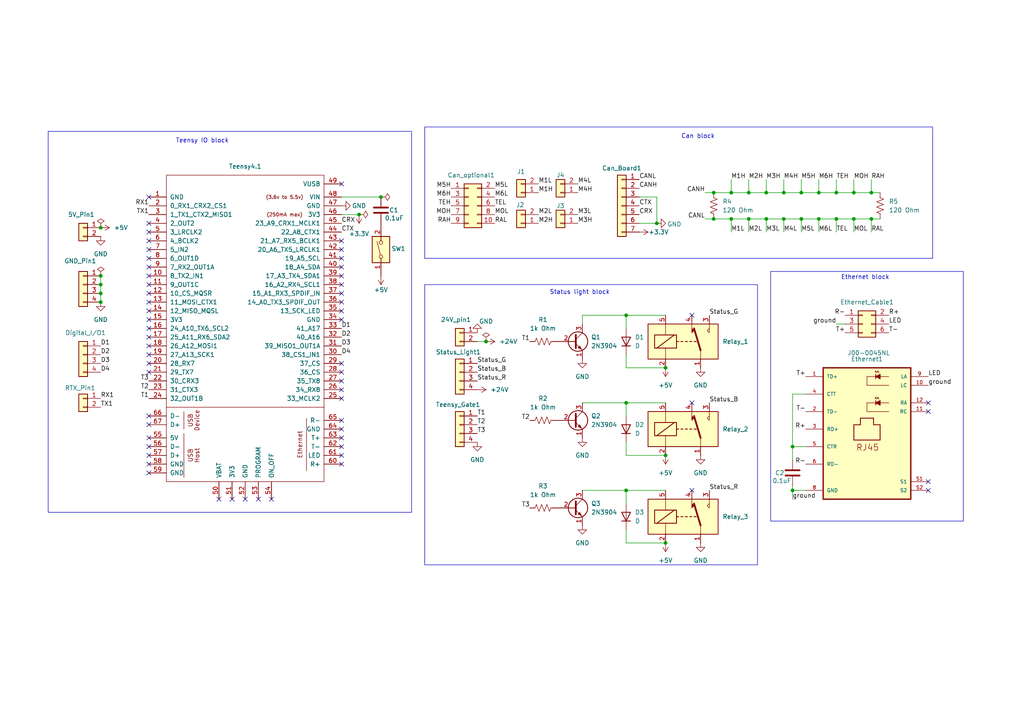
<source format=kicad_sch>
(kicad_sch (version 20231120) (generator "eeschema") (generator_version "8.0")
  (paper "A4")
  (title_block (title "Electrical Main Board") (company "Robonav") (comment 1 "No footprint for the connectors and diodes yet!"))
  (lib_symbols
    (symbol "Connector_Generic:Conn_01x02" (pin_names (offset 1.016) hide)
      (property "Reference" "J" (at 0 2.54 0))
      (property "Value" "Conn_01x02" (at 0 -5.08 0))
      (symbol "Conn_01x02_1_1"
        (pin passive line (at -5.08 0 0) (length 3.81) (name "Pin_1") (number "1"))
        (pin passive line (at -5.08 -2.54 0) (length 3.81) (name "Pin_2") (number "2"))
      )
    )
    (symbol "Connector_Generic:Conn_01x04" (pin_names (offset 1.016) hide)
      (property "Reference" "J" (at 0 5.08 0))
      (property "Value" "Conn_01x04" (at 0 -7.62 0))
      (symbol "Conn_01x04_1_1"
        (pin passive line (at -5.08 2.54 0) (length 3.81) (name "Pin_1") (number "1"))
        (pin passive line (at -5.08 0 0) (length 3.81) (name "Pin_2") (number "2"))
        (pin passive line (at -5.08 -2.54 0) (length 3.81) (name "Pin_3") (number "3"))
        (pin passive line (at -5.08 -5.08 0) (length 3.81) (name "Pin_4") (number "4"))
      )
    )
    (symbol "Connector_Generic:Conn_01x07" (pin_names (offset 1.016) hide)
      (property "Reference" "J" (at 0 10.16 0))
      (property "Value" "Conn_01x07" (at 0 -10.16 0))
      (symbol "Conn_01x07_1_1"
        (pin passive line (at -5.08 7.62 0) (length 3.81) (name "Pin_1") (number "1"))
        (pin passive line (at -5.08 5.08 0) (length 3.81) (name "Pin_2") (number "2"))
        (pin passive line (at -5.08 2.54 0) (length 3.81) (name "Pin_3") (number "3"))
        (pin passive line (at -5.08 0 0) (length 3.81) (name "Pin_4") (number "4"))
        (pin passive line (at -5.08 -2.54 0) (length 3.81) (name "Pin_5") (number "5"))
        (pin passive line (at -5.08 -5.08 0) (length 3.81) (name "Pin_6") (number "6"))
        (pin passive line (at -5.08 -7.62 0) (length 3.81) (name "Pin_7") (number "7"))
      )
    )
    (symbol "Connector_Generic:Conn_02x03_Odd_Even" (pin_names (offset 1.016) hide)
      (property "Reference" "J" (at 1.27 5.08 0))
      (property "Value" "Conn_02x03_Odd_Even" (at 1.27 -5.08 0))
      (symbol "Conn_02x03_Odd_Even_1_1"
        (pin passive line (at -5.08 2.54 0) (length 3.81) (name "Pin_1") (number "1"))
        (pin passive line (at 7.62 2.54 180) (length 3.81) (name "Pin_2") (number "2"))
        (pin passive line (at -5.08 0 0) (length 3.81) (name "Pin_3") (number "3"))
        (pin passive line (at 7.62 0 180) (length 3.81) (name "Pin_4") (number "4"))
        (pin passive line (at -5.08 -2.54 0) (length 3.81) (name "Pin_5") (number "5"))
        (pin passive line (at 7.62 -2.54 180) (length 3.81) (name "Pin_6") (number "6"))
      )
    )
    (symbol "Connector_Generic:Conn_02x05_Odd_Even" (pin_names (offset 1.016) hide)
      (property "Reference" "J" (at 1.27 7.62 0))
      (property "Value" "Conn_02x05_Odd_Even" (at 1.27 -7.62 0))
      (symbol "Conn_02x05_Odd_Even_1_1"
        (pin passive line (at -5.08 5.08 0) (length 3.81) (name "Pin_1") (number "1"))
        (pin passive line (at 7.62 -5.08 180) (length 3.81) (name "Pin_10") (number "10"))
        (pin passive line (at 7.62 5.08 180) (length 3.81) (name "Pin_2") (number "2"))
        (pin passive line (at -5.08 2.54 0) (length 3.81) (name "Pin_3") (number "3"))
        (pin passive line (at 7.62 2.54 180) (length 3.81) (name "Pin_4") (number "4"))
        (pin passive line (at -5.08 0 0) (length 3.81) (name "Pin_5") (number "5"))
        (pin passive line (at 7.62 0 180) (length 3.81) (name "Pin_6") (number "6"))
        (pin passive line (at -5.08 -2.54 0) (length 3.81) (name "Pin_7") (number "7"))
        (pin passive line (at 7.62 -2.54 180) (length 3.81) (name "Pin_8") (number "8"))
        (pin passive line (at -5.08 -5.08 0) (length 3.81) (name "Pin_9") (number "9"))
      )
    )
    (symbol "Device:C" (pin_numbers hide) (pin_names (offset 0.254))
      (property "Reference" "C" (at 0.635 2.54 0))
      (property "Value" "C" (at 0.635 -2.54 0))
      (symbol "C_1_1"
        (pin passive line (at 0 3.81 270) (length 2.794) (name "~") (number "1"))
        (pin passive line (at 0 -3.81 90) (length 2.794) (name "~") (number "2"))
      )
    )
    (symbol "Device:D" (pin_numbers hide) (pin_names (offset 1.016) hide)
      (property "Reference" "D" (at 0 2.54 0))
      (property "Value" "D" (at 0 -2.54 0))
      (symbol "D_1_1"
        (pin passive line (at -3.81 0 0) (length 2.54) (name "K") (number "1"))
        (pin passive line (at 3.81 0 180) (length 2.54) (name "A") (number "2"))
      )
    )
    (symbol "Device:R_US" (pin_numbers hide) (pin_names (offset 0))
      (property "Reference" "R" (at 2.54 0 90))
      (property "Value" "R_US" (at -2.54 0 90))
      (symbol "R_US_1_1"
        (pin passive line (at 0 3.81 270) (length 1.27) (name "~") (number "1"))
        (pin passive line (at 0 -3.81 90) (length 1.27) (name "~") (number "2"))
      )
    )
    (symbol "J00-0045NL:J00-0045NL" (pin_names (offset 1.016))
      (property "Reference" "J" (at -12.7418 21.6609 0))
      (property "Value" "J00-0045NL" (at -12.7427 -21.0253 0))
      (symbol "J00-0045NL_0_0"
        (text "RJ45" (at -3.1811 -3.8174 0) (effects (font (size 1.7814 1.7814)) (justify left bottom)))
        (pin passive line (at -17.78 17.78 0) (length 5.08) (name "TD+") (number "1"))
        (pin passive line (at 17.78 15.24 180) (length 5.08) (name "LC") (number "10"))
        (pin passive line (at 17.78 7.62 180) (length 5.08) (name "RC") (number "11"))
        (pin passive line (at 17.78 10.16 180) (length 5.08) (name "RA") (number "12"))
        (pin passive line (at -17.78 7.62 0) (length 5.08) (name "TD-") (number "2"))
        (pin passive line (at -17.78 2.54 0) (length 5.08) (name "RD+") (number "3"))
        (pin passive line (at -17.78 12.7 0) (length 5.08) (name "CTT") (number "4"))
        (pin passive line (at -17.78 -2.54 0) (length 5.08) (name "CTR") (number "5"))
        (pin passive line (at -17.78 -7.62 0) (length 5.08) (name "RD-") (number "6"))
        (pin passive line (at -17.78 -15.24 0) (length 5.08) (name "GND") (number "8"))
        (pin passive line (at 17.78 17.78 180) (length 5.08) (name "LA") (number "9"))
        (pin passive line (at 17.78 -12.7 180) (length 5.08) (name "S1") (number "S1"))
        (pin passive line (at 17.78 -15.24 180) (length 5.08) (name "S2") (number "S2"))
      )
    )
    (symbol "Relay:G5LE-1"
      (property "Reference" "K" (at 11.43 3.81 0))
      (property "Value" "G5LE-1" (at 11.43 1.27 0))
      (symbol "G5LE-1_1_1"
        (pin passive line (at 5.08 -7.62 90) (length 2.54) (name "~") (number "1"))
        (pin passive line (at -5.08 -7.62 90) (length 2.54) (name "~") (number "2"))
        (pin passive line (at 7.62 7.62 270) (length 2.54) (name "~") (number "3"))
        (pin passive line (at 2.54 7.62 270) (length 2.54) (name "~") (number "4"))
        (pin passive line (at -5.08 7.62 270) (length 2.54) (name "~") (number "5"))
      )
    )
    (symbol "Switch:SW_DIP_x01" (pin_names (offset 0) hide)
      (property "Reference" "SW" (at 0 3.81 0))
      (property "Value" "SW_DIP_x01" (at 0 -3.81 0))
      (symbol "SW_DIP_x01_1_1"
        (pin passive line (at -7.62 0 0) (length 5.08) (name "~") (number "1"))
        (pin passive line (at 7.62 0 180) (length 5.08) (name "~") (number "2"))
      )
    )
    (symbol "Transistor_BJT:2N3904" (pin_names (offset 0) hide)
      (property "Reference" "Q" (at 5.08 1.905 0))
      (property "Value" "2N3904" (at 5.08 0 0))
      (symbol "2N3904_1_1"
        (pin passive line (at 2.54 -5.08 90) (length 2.54) (name "E") (number "1"))
        (pin passive line (at -5.08 0 0) (length 5.715) (name "B") (number "2"))
        (pin passive line (at 2.54 5.08 270) (length 2.54) (name "C") (number "3"))
      )
    )
    (symbol "power:+24V" (power) (pin_numbers hide) (pin_names (offset 0) hide)
      (property "Value" "+24V" (at 0 3.556 0))
      (symbol "+24V_1_1"
        (pin power_in line (at 0 0 90) (length 0) (name "~") (number "1"))
      )
    )
    (symbol "power:+3.3V" (power) (pin_numbers hide) (pin_names (offset 0) hide)
      (property "Value" "+3.3V" (at 0 3.556 0))
      (symbol "+3.3V_1_1"
        (pin power_in line (at 0 0 90) (length 0) (name "~") (number "1"))
      )
    )
    (symbol "power:+5V" (power) (pin_numbers hide) (pin_names (offset 0) hide)
      (property "Value" "+5V" (at 0 3.556 0))
      (symbol "+5V_1_1"
        (pin power_in line (at 0 0 90) (length 0) (name "~") (number "1"))
      )
    )
    (symbol "power:GND" (power) (pin_numbers hide) (pin_names (offset 0) hide)
      (property "Value" "GND" (at 0 -3.81 0))
      (symbol "GND_1_1"
        (pin power_in line (at 0 0 270) (length 0) (name "~") (number "1"))
      )
    )
    (symbol "power:PWR_FLAG" (power) (pin_numbers hide) (pin_names (offset 0) hide)
      (property "Value" "PWR_FLAG" (at 0 3.81 0))
      (symbol "PWR_FLAG_0_0"
        (pin power_out line (at 0 0 90) (length 0) (name "~") (number "1"))
      )
    )
    (symbol "teensy:Teensy4.1" (pin_names (offset 1.016))
      (property "Reference" "Teensy4.1" (at 0 63.5 0))
      (symbol "Teensy4.1_0_0"
        (text "(250mA max)" (at 11.43 49.53 0) (effects (font (size 1.016 1.016))))
        (text "(3.6v to 5.5v)" (at 11.43 54.61 0) (effects (font (size 1.016 1.016))))
        (text "Device" (at -13.97 -10.16 900) (effects (font (size 1.27 1.27))))
        (text "Ethernet" (at 15.875 -17.145 900) (effects (font (size 1.27 1.27))))
        (text "Host" (at -13.97 -20.32 900) (effects (font (size 1.27 1.27))))
        (text "USB" (at -15.875 -20.32 900) (effects (font (size 1.27 1.27))))
        (text "USB" (at -15.875 -10.16 900) (effects (font (size 1.27 1.27))))
        (pin bidirectional line (at -27.94 31.75 0) (length 5.08) (name "8_TX2_IN1") (number "10"))
        (pin bidirectional line (at -27.94 29.21 0) (length 5.08) (name "9_OUT1C") (number "11"))
        (pin bidirectional line (at -27.94 26.67 0) (length 5.08) (name "10_CS_MQSR") (number "12"))
        (pin bidirectional line (at -27.94 24.13 0) (length 5.08) (name "11_MOSI_CTX1") (number "13"))
        (pin bidirectional line (at -27.94 21.59 0) (length 5.08) (name "12_MISO_MQSL") (number "14"))
        (pin bidirectional line (at -27.94 16.51 0) (length 5.08) (name "24_A10_TX6_SCL2") (number "16"))
        (pin bidirectional line (at -27.94 13.97 0) (length 5.08) (name "25_A11_RX6_SDA2") (number "17"))
        (pin bidirectional line (at -27.94 11.43 0) (length 5.08) (name "26_A12_MOSI1") (number "18"))
        (pin bidirectional line (at -27.94 8.89 0) (length 5.08) (name "27_A13_SCK1") (number "19"))
        (pin bidirectional line (at -27.94 6.35 0) (length 5.08) (name "28_RX7") (number "20"))
        (pin bidirectional line (at -27.94 3.81 0) (length 5.08) (name "29_TX7") (number "21"))
        (pin bidirectional line (at -27.94 1.27 0) (length 5.08) (name "30_CRX3") (number "22"))
        (pin bidirectional line (at -27.94 -1.27 0) (length 5.08) (name "31_CTX3") (number "23"))
        (pin bidirectional line (at -27.94 -3.81 0) (length 5.08) (name "32_OUT1B") (number "24"))
        (pin bidirectional line (at 27.94 -3.81 180) (length 5.08) (name "33_MCLK2") (number "25"))
        (pin bidirectional line (at 27.94 -1.27 180) (length 5.08) (name "34_RX8") (number "26"))
        (pin bidirectional line (at 27.94 1.27 180) (length 5.08) (name "35_TX8") (number "27"))
        (pin bidirectional line (at 27.94 3.81 180) (length 5.08) (name "36_CS") (number "28"))
        (pin bidirectional line (at 27.94 6.35 180) (length 5.08) (name "37_CS") (number "29"))
        (pin bidirectional line (at 27.94 8.89 180) (length 5.08) (name "38_CS1_IN1") (number "30"))
        (pin bidirectional line (at 27.94 11.43 180) (length 5.08) (name "39_MISO1_OUT1A") (number "31"))
        (pin bidirectional line (at 27.94 13.97 180) (length 5.08) (name "40_A16") (number "32"))
        (pin bidirectional line (at 27.94 16.51 180) (length 5.08) (name "41_A17") (number "33"))
        (pin bidirectional line (at 27.94 21.59 180) (length 5.08) (name "13_SCK_LED") (number "35"))
        (pin bidirectional line (at 27.94 24.13 180) (length 5.08) (name "14_A0_TX3_SPDIF_OUT") (number "36"))
        (pin bidirectional line (at 27.94 26.67 180) (length 5.08) (name "15_A1_RX3_SPDIF_IN") (number "37"))
        (pin bidirectional line (at 27.94 29.21 180) (length 5.08) (name "16_A2_RX4_SCL1") (number "38"))
        (pin bidirectional line (at 27.94 31.75 180) (length 5.08) (name "17_A3_TX4_SDA1") (number "39"))
        (pin bidirectional line (at 27.94 34.29 180) (length 5.08) (name "18_A4_SDA") (number "40"))
        (pin bidirectional line (at 27.94 36.83 180) (length 5.08) (name "19_A5_SCL") (number "41"))
        (pin bidirectional line (at 27.94 39.37 180) (length 5.08) (name "20_A6_TX5_LRCLK1") (number "42"))
        (pin bidirectional line (at 27.94 41.91 180) (length 5.08) (name "21_A7_RX5_BCLK1") (number "43"))
        (pin bidirectional line (at 27.94 44.45 180) (length 5.08) (name "22_A8_CTX1") (number "44"))
        (pin bidirectional line (at 27.94 46.99 180) (length 5.08) (name "23_A9_CRX1_MCLK1") (number "45"))
        (pin power_in line (at 27.94 54.61 180) (length 5.08) (name "VIN") (number "48"))
        (pin power_out line (at 27.94 58.42 180) (length 5.08) (name "VUSB") (number "49"))
        (pin bidirectional line (at -27.94 44.45 0) (length 5.08) (name "3_LRCLK2") (number "5"))
        (pin power_in line (at -7.62 -33.02 90) (length 5.08) (name "VBAT") (number "50"))
        (pin power_in line (at -3.81 -33.02 90) (length 5.08) (name "3V3") (number "51"))
        (pin input line (at 0 -33.02 90) (length 5.08) (name "GND") (number "52"))
        (pin input line (at 3.81 -33.02 90) (length 5.08) (name "PROGRAM") (number "53"))
        (pin input line (at 7.62 -33.02 90) (length 5.08) (name "ON_OFF") (number "54"))
        (pin power_out line (at -27.94 -15.24 0) (length 5.08) (name "5V") (number "55"))
        (pin bidirectional line (at -27.94 -17.78 0) (length 5.08) (name "D-") (number "56"))
        (pin bidirectional line (at -27.94 -20.32 0) (length 5.08) (name "D+") (number "57"))
        (pin power_in line (at -27.94 -22.86 0) (length 5.08) (name "GND") (number "58"))
        (pin power_in line (at -27.94 -25.4 0) (length 5.08) (name "GND") (number "59"))
        (pin bidirectional line (at -27.94 41.91 0) (length 5.08) (name "4_BCLK2") (number "6"))
        (pin bidirectional line (at 27.94 -22.86 180) (length 5.08) (name "R+") (number "60"))
        (pin bidirectional line (at 27.94 -20.32 180) (length 5.08) (name "LED") (number "61"))
        (pin bidirectional line (at 27.94 -17.78 180) (length 5.08) (name "T-") (number "62"))
        (pin bidirectional line (at 27.94 -15.24 180) (length 5.08) (name "T+") (number "63"))
        (pin bidirectional line (at 27.94 -10.16 180) (length 5.08) (name "R-") (number "65"))
        (pin bidirectional line (at -27.94 -8.89 0) (length 5.08) (name "D-") (number "66"))
        (pin bidirectional line (at -27.94 -11.43 0) (length 5.08) (name "D+") (number "67"))
        (pin bidirectional line (at -27.94 39.37 0) (length 5.08) (name "5_IN2") (number "7"))
        (pin bidirectional line (at -27.94 36.83 0) (length 5.08) (name "6_OUT1D") (number "8"))
        (pin bidirectional line (at -27.94 34.29 0) (length 5.08) (name "7_RX2_OUT1A") (number "9"))
      )
      (symbol "Teensy4.1_1_0"
        (pin power_out line (at -27.94 19.05 0) (length 5.08) (name "3V3") (number "15"))
        (pin input line (at 27.94 49.53 180) (length 5.08) (name "3V3") (number "46"))
        (pin input line (at 27.94 52.07 180) (length 5.08) (name "GND") (number "47"))
        (pin power_out line (at 27.94 -12.7 180) (length 5.08) (name "GND") (number "64"))
      )
      (symbol "Teensy4.1_1_1"
        (pin power_in line (at -27.94 54.61 0) (length 5.08) (name "GND") (number "1"))
        (pin bidirectional line (at -27.94 52.07 0) (length 5.08) (name "0_RX1_CRX2_CS1") (number "2"))
        (pin bidirectional line (at -27.94 49.53 0) (length 5.08) (name "1_TX1_CTX2_MISO1") (number "3"))
        (pin power_in line (at 27.94 19.05 180) (length 5.08) (name "GND") (number "34"))
        (pin bidirectional line (at -27.94 46.99 0) (length 5.08) (name "2_OUT2") (number "4"))
      )
    )
  )
  (junction (at 207.01 55.88))
  (junction (at 190.5 64.77))
  (junction (at 237.49 55.88))
  (junction (at 222.25 55.88))
  (junction (at 212.09 63.5))
  (junction (at 229.87 142.24))
  (junction (at 29.21 85.09))
  (junction (at 227.33 55.88))
  (junction (at 217.17 55.88))
  (junction (at 232.41 55.88))
  (junction (at 207.01 63.5))
  (junction (at 29.21 80.01))
  (junction (at 193.04 106.68))
  (junction (at 222.25 63.5))
  (junction (at 217.17 63.5))
  (junction (at 181.61 116.84))
  (junction (at 29.21 66.04))
  (junction (at 29.21 82.55))
  (junction (at 229.87 129.54))
  (junction (at 242.57 55.88))
  (junction (at 247.65 63.5))
  (junction (at 252.73 63.5))
  (junction (at 242.57 63.5))
  (junction (at 193.04 157.48))
  (junction (at 193.04 132.08))
  (junction (at 110.49 57.15))
  (junction (at 140.97 99.06))
  (junction (at 181.61 142.24))
  (junction (at 252.73 55.88))
  (junction (at 237.49 63.5))
  (junction (at 227.33 63.5))
  (junction (at 104.14 62.23))
  (junction (at 181.61 91.44))
  (junction (at 212.09 55.88))
  (junction (at 232.41 63.5))
  (junction (at 247.65 55.88))
  (junction (at 29.21 87.63))
  (no_connect (at 99.06 53.34))
  (no_connect (at 99.06 110.49))
  (no_connect (at 99.06 129.54))
  (no_connect (at 43.18 92.71))
  (no_connect (at 43.18 80.01))
  (no_connect (at 99.06 132.08))
  (no_connect (at 74.93 144.78))
  (no_connect (at 269.24 142.24))
  (no_connect (at 78.74 144.78))
  (no_connect (at 99.06 105.41))
  (no_connect (at 43.18 69.85))
  (no_connect (at 99.06 85.09))
  (no_connect (at 43.18 95.25))
  (no_connect (at 43.18 72.39))
  (no_connect (at 99.06 134.62))
  (no_connect (at 43.18 132.08))
  (no_connect (at 99.06 74.93))
  (no_connect (at 99.06 72.39))
  (no_connect (at 43.18 64.77))
  (no_connect (at 43.18 120.65))
  (no_connect (at 99.06 124.46))
  (no_connect (at 43.18 74.93))
  (no_connect (at 99.06 80.01))
  (no_connect (at 99.06 82.55))
  (no_connect (at 43.18 85.09))
  (no_connect (at 71.12 144.78))
  (no_connect (at 43.18 127))
  (no_connect (at 43.18 102.87))
  (no_connect (at 99.06 92.71))
  (no_connect (at 200.66 142.24))
  (no_connect (at 99.06 113.03))
  (no_connect (at 67.31 144.78))
  (no_connect (at 99.06 87.63))
  (no_connect (at 269.24 139.7))
  (no_connect (at 43.18 87.63))
  (no_connect (at 43.18 134.62))
  (no_connect (at 43.18 67.31))
  (no_connect (at 43.18 123.19))
  (no_connect (at 99.06 107.95))
  (no_connect (at 43.18 105.41))
  (no_connect (at 43.18 82.55))
  (no_connect (at 200.66 91.44))
  (no_connect (at 43.18 97.79))
  (no_connect (at 200.66 116.84))
  (no_connect (at 63.5 144.78))
  (no_connect (at 43.18 129.54))
  (no_connect (at 99.06 69.85))
  (no_connect (at 43.18 57.15))
  (no_connect (at 43.18 137.16))
  (no_connect (at 43.18 100.33))
  (no_connect (at 99.06 121.92))
  (no_connect (at 269.24 116.84))
  (no_connect (at 269.24 119.38))
  (no_connect (at 43.18 77.47))
  (no_connect (at 99.06 90.17))
  (no_connect (at 99.06 77.47))
  (no_connect (at 99.06 115.57))
  (no_connect (at 43.18 90.17))
  (no_connect (at 99.06 127))
  (no_connect (at 43.18 107.95))
  (wire (pts (xy 237.49 63.5) (xy 242.57 63.5)))
  (wire (pts (xy 181.61 102.87) (xy 181.61 106.68)))
  (wire (pts (xy 255.27 55.88) (xy 252.73 55.88)))
  (wire (pts (xy 29.21 82.55) (xy 29.21 85.09)))
  (wire (pts (xy 227.33 55.88) (xy 232.41 55.88)))
  (wire (pts (xy 229.87 142.24) (xy 229.87 144.78)))
  (wire (pts (xy 181.61 116.84) (xy 193.04 116.84)))
  (wire (pts (xy 237.49 52.07) (xy 237.49 55.88)))
  (wire (pts (xy 227.33 63.5) (xy 232.41 63.5)))
  (wire (pts (xy 168.91 91.44) (xy 181.61 91.44)))
  (wire (pts (xy 232.41 63.5) (xy 237.49 63.5)))
  (wire (pts (xy 212.09 52.07) (xy 212.09 55.88)))
  (wire (pts (xy 138.43 99.06) (xy 140.97 99.06)))
  (wire (pts (xy 242.57 52.07) (xy 242.57 55.88)))
  (wire (pts (xy 190.5 57.15) (xy 190.5 64.77)))
  (wire (pts (xy 181.61 157.48) (xy 193.04 157.48)))
  (wire (pts (xy 222.25 55.88) (xy 227.33 55.88)))
  (wire (pts (xy 242.57 93.98) (xy 245.11 93.98)))
  (wire (pts (xy 242.57 55.88) (xy 247.65 55.88)))
  (wire (pts (xy 242.57 63.5) (xy 247.65 63.5)))
  (wire (pts (xy 232.41 63.5) (xy 232.41 67.31)))
  (wire (pts (xy 222.25 63.5) (xy 227.33 63.5)))
  (wire (pts (xy 229.87 129.54) (xy 229.87 133.35)))
  (wire (pts (xy 252.73 63.5) (xy 255.27 63.5)))
  (wire (pts (xy 185.42 57.15) (xy 190.5 57.15)))
  (wire (pts (xy 212.09 63.5) (xy 217.17 63.5)))
  (wire (pts (xy 168.91 142.24) (xy 181.61 142.24)))
  (wire (pts (xy 247.65 55.88) (xy 252.73 55.88)))
  (wire (pts (xy 232.41 52.07) (xy 232.41 55.88)))
  (wire (pts (xy 99.06 57.15) (xy 110.49 57.15)))
  (wire (pts (xy 168.91 116.84) (xy 181.61 116.84)))
  (wire (pts (xy 181.61 132.08) (xy 193.04 132.08)))
  (wire (pts (xy 247.65 63.5) (xy 252.73 63.5)))
  (wire (pts (xy 217.17 55.88) (xy 222.25 55.88)))
  (wire (pts (xy 29.21 80.01) (xy 29.21 82.55)))
  (wire (pts (xy 29.21 85.09) (xy 29.21 87.63)))
  (wire (pts (xy 207.01 55.88) (xy 212.09 55.88)))
  (wire (pts (xy 181.61 91.44) (xy 193.04 91.44)))
  (wire (pts (xy 229.87 114.3) (xy 229.87 129.54)))
  (wire (pts (xy 232.41 55.88) (xy 237.49 55.88)))
  (wire (pts (xy 229.87 140.97) (xy 229.87 142.24)))
  (wire (pts (xy 229.87 114.3) (xy 233.68 114.3)))
  (wire (pts (xy 181.61 116.84) (xy 181.61 120.65)))
  (wire (pts (xy 181.61 106.68) (xy 193.04 106.68)))
  (wire (pts (xy 217.17 63.5) (xy 217.17 67.31)))
  (wire (pts (xy 252.73 63.5) (xy 252.73 67.31)))
  (wire (pts (xy 212.09 63.5) (xy 212.09 67.31)))
  (wire (pts (xy 237.49 63.5) (xy 237.49 67.31)))
  (wire (pts (xy 237.49 55.88) (xy 242.57 55.88)))
  (wire (pts (xy 168.91 93.98) (xy 168.91 91.44)))
  (wire (pts (xy 222.25 52.07) (xy 222.25 55.88)))
  (wire (pts (xy 227.33 63.5) (xy 227.33 67.31)))
  (wire (pts (xy 247.65 52.07) (xy 247.65 55.88)))
  (wire (pts (xy 247.65 63.5) (xy 247.65 67.31)))
  (wire (pts (xy 242.57 63.5) (xy 242.57 67.31)))
  (wire (pts (xy 252.73 52.07) (xy 252.73 55.88)))
  (wire (pts (xy 181.61 91.44) (xy 181.61 95.25)))
  (wire (pts (xy 212.09 55.88) (xy 217.17 55.88)))
  (wire (pts (xy 181.61 142.24) (xy 193.04 142.24)))
  (wire (pts (xy 229.87 129.54) (xy 233.68 129.54)))
  (wire (pts (xy 181.61 128.27) (xy 181.61 132.08)))
  (wire (pts (xy 217.17 52.07) (xy 217.17 55.88)))
  (wire (pts (xy 204.47 63.5) (xy 207.01 63.5)))
  (wire (pts (xy 181.61 142.24) (xy 181.61 146.05)))
  (wire (pts (xy 207.01 63.5) (xy 212.09 63.5)))
  (wire (pts (xy 217.17 63.5) (xy 222.25 63.5)))
  (wire (pts (xy 99.06 62.23) (xy 104.14 62.23)))
  (wire (pts (xy 229.87 142.24) (xy 233.68 142.24)))
  (wire (pts (xy 222.25 63.5) (xy 222.25 67.31)))
  (wire (pts (xy 185.42 64.77) (xy 190.5 64.77)))
  (wire (pts (xy 204.47 55.88) (xy 207.01 55.88)))
  (wire (pts (xy 227.33 52.07) (xy 227.33 55.88)))
  (wire (pts (xy 181.61 153.67) (xy 181.61 157.48)))
  (rectangle (start 13.97 38.1) (end 119.38 148.59))
  (rectangle (start 123.19 36.83) (end 270.51 74.93))
  (rectangle (start 223.52 78.74) (end 279.4 151.13))
  (rectangle (start 123.19 82.55) (end 219.71 163.83))
  (text "Teensy IO block" (at 58.674 40.894 0) (effects (font (size 1.27 1.27))))
  (text "Can block" (at 202.438 39.624 0) (effects (font (size 1.27 1.27))))
  (text "Status light block" (at 168.148 84.836 0) (effects (font (size 1.27 1.27))))
  (text "Ethernet block" (at 250.952 80.518 0) (effects (font (size 1.27 1.27))))
  (label "D1" (at 29.21 100.33 0))
  (label "T+" (at 245.11 96.52 180))
  (label "D4" (at 99.06 102.87 0))
  (label "TEL" (at 242.57 67.31 0))
  (label "Status_R" (at 205.74 142.24 0))
  (label "RAL" (at 252.73 67.31 0))
  (label "TEL" (at 143.51 59.69 0))
  (label "MOL" (at 143.51 62.23 0))
  (label "T-" (at 257.81 96.52 0))
  (label "M2L" (at 217.17 67.31 0))
  (label "MOH" (at 130.81 62.23 180))
  (label "Status_B" (at 138.43 107.95 0))
  (label "M4L" (at 227.33 67.31 0))
  (label "M3H" (at 167.64 64.77 0))
  (label "M5L" (at 143.51 54.61 0))
  (label "M2H" (at 217.17 52.07 0))
  (label "D1" (at 99.06 95.25 0))
  (label "M5H" (at 232.41 52.07 0))
  (label "RAL" (at 143.51 64.77 0))
  (label "M3H" (at 222.25 52.07 0))
  (label "M4H" (at 227.33 52.07 0))
  (label "M2L" (at 156.21 62.23 0))
  (label "T1" (at 138.43 120.65 0))
  (label "M1L" (at 212.09 67.31 0))
  (label "D2" (at 29.21 102.87 0))
  (label "CRX" (at 185.42 62.23 0))
  (label "M6L" (at 143.51 57.15 0))
  (label "T3" (at 43.18 110.49 180))
  (label "LED" (at 269.24 109.22 0))
  (label "RAH" (at 252.73 52.07 0))
  (label "D4" (at 29.21 107.95 0))
  (label "CANL" (at 185.42 52.07 0))
  (label "M4L" (at 167.64 53.34 0))
  (label "T3" (at 153.67 147.32 180))
  (label "T2" (at 138.43 123.19 0))
  (label "TX1" (at 29.21 118.11 0))
  (label "T-" (at 233.68 119.38 180))
  (label "R-" (at 245.11 91.44 180))
  (label "RAH" (at 130.81 64.77 180))
  (label "ground" (at 229.87 144.78 0))
  (label "T1" (at 43.18 115.57 180))
  (label "ground" (at 269.24 111.76 0))
  (label "R-" (at 233.68 134.62 180))
  (label "RX1" (at 29.21 115.57 0))
  (label "T3" (at 138.43 125.73 0))
  (label "Status_B" (at 205.74 116.84 0))
  (label "MOH" (at 247.65 52.07 0))
  (label "CRX" (at 99.06 64.77 0))
  (label "CANH" (at 185.42 54.61 0))
  (label "TX1" (at 43.18 62.23 180))
  (label "M5L" (at 232.41 67.31 0))
  (label "D3" (at 99.06 100.33 0))
  (label "TEH" (at 130.81 59.69 180))
  (label "ground" (at 242.57 93.98 180))
  (label "M3L" (at 167.64 62.23 0))
  (label "T+" (at 233.68 109.22 180))
  (label "D2" (at 99.06 97.79 0))
  (label "M6H" (at 237.49 52.07 0))
  (label "CANL" (at 204.47 63.5 180))
  (label "RX1" (at 43.18 59.69 180))
  (label "M3L" (at 222.25 67.31 0))
  (label "T2" (at 43.18 113.03 180))
  (label "TEH" (at 242.57 52.07 0))
  (label "T2" (at 153.67 121.92 180))
  (label "Status_G" (at 205.74 91.44 0))
  (label "LED" (at 257.81 93.98 0))
  (label "M4H" (at 167.64 55.88 0))
  (label "Status_G" (at 138.43 105.41 0))
  (label "M1H" (at 156.21 55.88 0))
  (label "CANH" (at 204.47 55.88 180))
  (label "CTX" (at 185.42 59.69 0))
  (label "R+" (at 233.68 124.46 180))
  (label "M1L" (at 156.21 53.34 0))
  (label "M5H" (at 130.81 54.61 180))
  (label "R+" (at 257.81 91.44 0))
  (label "M2H" (at 156.21 64.77 0))
  (label "M6H" (at 130.81 57.15 180))
  (label "T1" (at 153.67 99.06 180))
  (label "Status_R" (at 138.43 110.49 0))
  (label "M6L" (at 237.49 67.31 0))
  (label "CTX" (at 99.06 67.31 0))
  (label "M1H" (at 212.09 52.07 0))
  (label "D3" (at 29.21 105.41 0))
  (label "MOL" (at 247.65 67.31 0))
  (symbol (lib_id "power:+3.3V") (at 185.42 67.31 270) (unit 1)
    (property "Reference" "#PWR023" (effects (hide yes)))
    (property "Value" "+3.3V" (at 191.008 67.31 90))
    (property "Description" "Power symbol creates a global label with name \"+3.3V\"" (effects (hide yes)))
  )
  (symbol (lib_id "power:+24V") (at 140.97 99.06 270) (unit 1)
    (property "Reference" "#PWR09" (effects (hide yes)))
    (property "Value" "+24V" (at 144.78 99.0599 90) (effects (justify left)))
    (property "Description" "Power symbol creates a global label with name \"+24V\"" (effects (hide yes)))
  )
  (symbol (lib_id "Device:R_US") (at 157.48 147.32 90) (unit 1)
    (property "Reference" "R3" (at 157.48 140.97 90))
    (property "Value" "1k Ohm" (at 157.48 143.51 90))
    (property "Footprint" "Resistor_THT:R_Axial_DIN0309_L9.0mm_D3.2mm_P15.24mm_Horizontal" (effects (hide yes)))
    (property "Description" "Resistor, US symbol" (effects (hide yes)))
  )
  (symbol (lib_id "Transistor_BJT:2N3904") (at 166.37 99.06 0) (unit 1)
    (property "Reference" "Q1" (at 171.45 97.7899 0) (effects (justify left)))
    (property "Value" "2N3904" (at 171.45 100.3299 0) (effects (justify left)))
    (property "Footprint" "Package_TO_SOT_THT:TO-92_Inline" (effects (hide yes)))
    (property "Datasheet" "https://www.onsemi.com/pub/Collateral/2N3903-D.PDF" (effects (hide yes)))
    (property "Description" "0.2A Ic, 40V Vce, Small Signal NPN Transistor, TO-92" (effects (hide yes)))
  )
  (symbol (lib_id "power:GND") (at 99.06 59.69 90) (unit 1)
    (property "Reference" "#PWR03" (effects (hide yes)))
    (property "Value" "GND" (at 104.14 59.69 90))
    (property "Description" "Power symbol creates a global label with name \"GND\" , ground" (effects (hide yes)))
  )
  (symbol (lib_id "Connector_Generic:Conn_01x04") (at 24.13 82.55 0) (mirror y) (unit 1)
    (property "Reference" "GND_Pin1" (at 27.94 75.692 0) (effects (justify left)))
    (property "Value" "GND" (effects (hide yes)))
    (property "Footprint" "Connector_PinHeader_2.54mm:PinHeader_1x04_P2.54mm_Vertical" (effects (hide yes)))
    (property "Description" "Generic connector, single row, 01x04, script generated (kicad-library-utils/schlib/autogen/connector/)" (effects (hide yes)))
  )
  (symbol (lib_id "power:GND") (at 138.43 96.52 180) (unit 1)
    (property "Reference" "#PWR010" (effects (hide yes)))
    (property "Value" "GND" (at 140.97 93.218 0))
    (property "Description" "Power symbol creates a global label with name \"GND\" , ground" (effects (hide yes)))
  )
  (symbol (lib_id "power:+5V") (at 193.04 106.68 180) (unit 1)
    (property "Reference" "#PWR01" (effects (hide yes)))
    (property "Value" "+5V" (at 193.04 111.76 0))
    (property "Description" "Power symbol creates a global label with name \"+5V\"" (effects (hide yes)))
  )
  (symbol (lib_id "power:PWR_FLAG") (at 110.49 57.15 270) (unit 1)
    (property "Reference" "#FLG03" (effects (hide yes)))
    (property "Value" "PWR_FLAG" (effects (hide yes)))
    (property "Description" "Special symbol for telling ERC where power comes from" (effects (hide yes)))
  )
  (symbol (lib_id "Device:R_US") (at 207.01 59.69 0) (unit 1)
    (property "Reference" "R4" (at 209.55 58.4199 0) (effects (justify left)))
    (property "Value" "120 Ohm" (at 209.55 60.9599 0) (effects (justify left)))
    (property "Footprint" "Resistor_THT:R_Axial_DIN0309_L9.0mm_D3.2mm_P15.24mm_Horizontal" (effects (hide yes)))
    (property "Description" "Resistor, US symbol" (effects (hide yes)))
  )
  (symbol (lib_id "Connector_Generic:Conn_01x04") (at 133.35 123.19 0) (mirror y) (unit 1)
    (property "Reference" "Teensy_Gate1" (at 132.842 117.348 0))
    (property "Value" "Conn_01x04" (effects (hide yes)))
    (property "Footprint" "Connector_PinHeader_2.54mm:PinHeader_1x04_P2.54mm_Vertical" (effects (hide yes)))
    (property "Description" "Generic connector, single row, 01x04, script generated (kicad-library-utils/schlib/autogen/connector/)" (effects (hide yes)))
  )
  (symbol (lib_id "Relay:G5LE-1") (at 198.12 124.46 0) (unit 1)
    (property "Reference" "Relay_2" (at 209.55 124.4599 0) (effects (justify left)))
    (property "Value" "G5LE1_Blue" (effects (hide yes)))
    (property "Footprint" "Relay_THT:Relay_SPDT_Omron-G5LE-1" (effects (hide yes)))
    (property "Datasheet" "http://www.omron.com/ecb/products/pdf/en-g5le.pdf" (effects (hide yes)))
    (property "Description" "Omron G5LE relay, Miniature Single Pole, SPDT, 10A" (effects (hide yes)))
  )
  (symbol (lib_id "Device:D") (at 181.61 124.46 90) (unit 1)
    (property "Reference" "D2" (at 184.15 123.1899 90) (effects (justify right)))
    (property "Value" "D" (at 184.15 125.7299 90) (effects (justify right)))
    (property "Footprint" "LED_THT:LED_D5.0mm" (effects (hide yes)))
    (property "Description" "Diode" (effects (hide yes)))
    (property "Sim.Device" "D" (effects (hide yes)))
    (property "Sim.Pins" "1=K 2=A" (effects (hide yes)))
  )
  (symbol (lib_id "Connector_Generic:Conn_01x04") (at 133.35 107.95 0) (mirror y) (unit 1)
    (property "Reference" "Status_Light1" (at 139.446 102.108 0) (effects (justify left)))
    (property "Value" "Status_Light" (effects (hide yes)))
    (property "Footprint" "Connector_JST:JST_EH_B4B-EH-A_1x04_P2.50mm_Vertical" (effects (hide yes)))
    (property "Description" "Generic connector, single row, 01x04, script generated (kicad-library-utils/schlib/autogen/connector/)" (effects (hide yes)))
  )
  (symbol (lib_id "power:GND") (at 203.2 106.68 0) (unit 1)
    (property "Reference" "#PWR04" (effects (hide yes)))
    (property "Value" "GND" (at 203.2 111.76 0))
    (property "Description" "Power symbol creates a global label with name \"GND\" , ground" (effects (hide yes)))
  )
  (symbol (lib_id "power:GND") (at 29.21 87.63 0) (unit 1)
    (property "Reference" "#PWR016" (effects (hide yes)))
    (property "Value" "GND" (at 29.21 92.71 0))
    (property "Description" "Power symbol creates a global label with name \"GND\" , ground" (effects (hide yes)))
  )
  (symbol (lib_id "Device:C") (at 110.49 60.96 180) (unit 1)
    (property "Reference" "C1" (at 115.57 60.96 0) (effects (justify left)))
    (property "Value" "0.1uF" (at 117.094 63.246 0) (effects (justify left)))
    (property "Footprint" "Capacitor_THT:C_Rect_L4.0mm_W2.5mm_P2.50mm" (effects (hide yes)))
    (property "Description" "Unpolarized capacitor" (effects (hide yes)))
  )
  (symbol (lib_id "Connector_Generic:Conn_02x03_Odd_Even") (at 250.19 93.98 0) (unit 1)
    (property "Reference" "Ethernet_Cable1" (at 251.46 87.63 0))
    (property "Value" "Conn_02x03_Odd_Even" (effects (hide yes)))
    (property "Footprint" "Connector_PinHeader_1.00mm:PinHeader_2x03_P1.00mm_Vertical" (effects (hide yes)))
    (property "Description" "Generic connector, double row, 02x03, odd/even pin numbering scheme (row 1 odd numbers, row 2 even numbers), script generated (kicad-library-utils/schlib/autogen/connector/)" (effects (hide yes)))
  )
  (symbol (lib_id "Connector_Generic:Conn_01x04") (at 24.13 102.87 0) (mirror y) (unit 1)
    (property "Reference" "Digital_I/O1" (at 30.734 96.52 0) (effects (justify left)))
    (property "Value" "Digital I/O" (effects (hide yes)))
    (property "Footprint" "Connector_PinHeader_2.54mm:PinHeader_1x04_P2.54mm_Vertical" (effects (hide yes)))
    (property "Description" "Generic connector, single row, 01x04, script generated (kicad-library-utils/schlib/autogen/connector/)" (effects (hide yes)))
  )
  (symbol (lib_id "Connector_Generic:Conn_02x05_Odd_Even") (at 135.89 59.69 0) (unit 1)
    (property "Reference" "Can_optional1" (at 136.652 50.8 0))
    (property "Value" "Can_opt" (effects (hide yes)))
    (property "Footprint" "Connector_PinHeader_2.54mm:PinHeader_2x05_P2.54mm_Vertical" (effects (hide yes)))
    (property "Description" "Generic connector, double row, 02x05, odd/even pin numbering scheme (row 1 odd numbers, row 2 even numbers), script generated (kicad-library-utils/schlib/autogen/connector/)" (effects (hide yes)))
  )
  (symbol (lib_id "power:+5V") (at 29.21 66.04 270) (unit 1)
    (property "Reference" "#PWR014" (effects (hide yes)))
    (property "Value" "+5V" (at 33.02 66.0399 90) (effects (justify left)))
    (property "Description" "Power symbol creates a global label with name \"+5V\"" (effects (hide yes)))
  )
  (symbol (lib_id "power:GND") (at 168.91 104.14 0) (unit 1)
    (property "Reference" "#PWR02" (effects (hide yes)))
    (property "Value" "GND" (at 168.91 109.22 0))
    (property "Description" "Power symbol creates a global label with name \"GND\" , ground" (effects (hide yes)))
  )
  (symbol (lib_id "power:+3.3V") (at 104.14 62.23 0) (mirror x) (unit 1)
    (property "Reference" "#PWR018" (effects (hide yes)))
    (property "Value" "+3.3V" (at 104.14 67.818 0))
    (property "Description" "Power symbol creates a global label with name \"+3.3V\"" (effects (hide yes)))
  )
  (symbol (lib_id "power:PWR_FLAG") (at 29.21 80.01 0) (unit 1)
    (property "Reference" "#FLG02" (effects (hide yes)))
    (property "Value" "PWR_FLAG" (effects (hide yes)))
    (property "Description" "Special symbol for telling ERC where power comes from" (effects (hide yes)))
  )
  (symbol (lib_id "power:+24V") (at 138.43 113.03 270) (unit 1)
    (property "Reference" "#PWR015" (effects (hide yes)))
    (property "Value" "+24V" (at 142.24 113.0299 90) (effects (justify left)))
    (property "Description" "Power symbol creates a global label with name \"+24V\"" (effects (hide yes)))
  )
  (symbol (lib_id "Connector_Generic:Conn_01x02") (at 162.56 64.77 180) (unit 1)
    (property "Reference" "J3" (at 162.56 59.69 0))
    (property "Value" "Conn_01x02" (effects (hide yes)))
    (property "Footprint" "Connector_JST:JST_EH_B2B-EH-A_1x02_P2.50mm_Vertical" (effects (hide yes)))
    (property "Description" "Generic connector, single row, 01x02, script generated (kicad-library-utils/schlib/autogen/connector/)" (effects (hide yes)))
  )
  (symbol (lib_id "power:+5V") (at 193.04 132.08 180) (unit 1)
    (property "Reference" "#PWR020" (effects (hide yes)))
    (property "Value" "+5V" (at 193.04 137.16 0))
    (property "Description" "Power symbol creates a global label with name \"+5V\"" (effects (hide yes)))
  )
  (symbol (lib_id "Device:D") (at 181.61 149.86 90) (unit 1)
    (property "Reference" "D3" (at 184.15 148.5899 90) (effects (justify right)))
    (property "Value" "D" (at 184.15 151.1299 90) (effects (justify right)))
    (property "Footprint" "LED_THT:LED_D5.0mm" (effects (hide yes)))
    (property "Description" "Diode" (effects (hide yes)))
    (property "Sim.Device" "D" (effects (hide yes)))
    (property "Sim.Pins" "1=K 2=A" (effects (hide yes)))
  )
  (symbol (lib_id "power:GND") (at 168.91 152.4 0) (unit 1)
    (property "Reference" "#PWR08" (effects (hide yes)))
    (property "Value" "GND" (at 168.91 157.48 0))
    (property "Description" "Power symbol creates a global label with name \"GND\" , ground" (effects (hide yes)))
  )
  (symbol (lib_id "teensy:Teensy4.1") (at 71.12 111.76 0) (unit 1)
    (property "Reference" "Teensy4.1" (at 71.12 48.26 0))
    (property "Value" "Teensy4.1" (effects (hide yes)))
    (property "Footprint" "teensy.pretty-master:Teensy41" (effects (hide yes)))
  )
  (symbol (lib_id "Connector_Generic:Conn_01x07") (at 180.34 59.69 0) (mirror y) (unit 1)
    (property "Reference" "Can_Board1" (at 180.34 48.768 0))
    (property "Value" "Conn_01x07" (effects (hide yes)))
    (property "Footprint" "Connector_PinHeader_2.54mm:PinHeader_1x07_P2.54mm_Vertical" (effects (hide yes)))
    (property "Description" "Generic connector, single row, 01x07, script generated (kicad-library-utils/schlib/autogen/connector/)" (effects (hide yes)))
  )
  (symbol (lib_id "Connector_Generic:Conn_01x02") (at 151.13 64.77 180) (unit 1)
    (property "Reference" "J2" (at 150.876 59.436 0))
    (property "Value" "Conn_01x02" (effects (hide yes)))
    (property "Footprint" "Connector_JST:JST_EH_B2B-EH-A_1x02_P2.50mm_Vertical" (effects (hide yes)))
    (property "Description" "Generic connector, single row, 01x02, script generated (kicad-library-utils/schlib/autogen/connector/)" (effects (hide yes)))
  )
  (symbol (lib_id "power:GND") (at 138.43 128.27 0) (unit 1)
    (property "Reference" "#PWR022" (effects (hide yes)))
    (property "Value" "GND" (at 138.43 133.35 0))
    (property "Description" "Power symbol creates a global label with name \"GND\" , ground" (effects (hide yes)))
  )
  (symbol (lib_id "Switch:SW_DIP_x01") (at 110.49 72.39 90) (unit 1)
    (property "Reference" "SW1" (at 115.57 72.136 90))
    (property "Value" "SW_DIP_x01" (effects (hide yes)))
    (property "Footprint" "Button_Switch_THT:SW_DIP_SPSTx01_Slide_6.7x4.1mm_W7.62mm_P2.54mm_LowProfile" (effects (hide yes)))
    (property "Description" "1x DIP Switch, Single Pole Single Throw (SPST) switch, small symbol" (effects (hide yes)))
  )
  (symbol (lib_id "power:+5V") (at 110.49 80.01 180) (unit 1)
    (property "Reference" "#PWR017" (effects (hide yes)))
    (property "Value" "+5V" (at 110.49 84.074 0))
    (property "Description" "Power symbol creates a global label with name \"+5V\"" (effects (hide yes)))
  )
  (symbol (lib_id "power:GND") (at 168.91 127 0) (unit 1)
    (property "Reference" "#PWR05" (effects (hide yes)))
    (property "Value" "GND" (at 168.91 132.08 0))
    (property "Description" "Power symbol creates a global label with name \"GND\" , ground" (effects (hide yes)))
  )
  (symbol (lib_id "Connector_Generic:Conn_01x02") (at 24.13 115.57 0) (mirror y) (unit 1)
    (property "Reference" "RTX_Pin1" (at 27.686 112.522 0) (effects (justify left)))
    (property "Value" "TX/RX" (effects (hide yes)))
    (property "Footprint" "Connector_PinHeader_2.54mm:PinHeader_1x02_P2.54mm_Vertical" (effects (hide yes)))
    (property "Description" "Generic connector, single row, 01x02, script generated (kicad-library-utils/schlib/autogen/connector/)" (effects (hide yes)))
  )
  (symbol (lib_id "Connector_Generic:Conn_01x02") (at 24.13 66.04 0) (mirror y) (unit 1)
    (property "Reference" "5V_Pin1" (at 27.432 62.23 0) (effects (justify left)))
    (property "Value" "5V" (effects (hide yes)))
    (property "Footprint" "Connector_JST:JST_EH_B2B-EH-A_1x02_P2.50mm_Vertical" (effects (hide yes)))
    (property "Description" "Generic connector, single row, 01x02, script generated (kicad-library-utils/schlib/autogen/connector/)" (effects (hide yes)))
  )
  (symbol (lib_id "power:PWR_FLAG") (at 140.97 99.06 0) (unit 1)
    (property "Reference" "#FLG01" (effects (hide yes)))
    (property "Value" "PWR_FLAG" (effects (hide yes)))
    (property "Description" "Special symbol for telling ERC where power comes from" (effects (hide yes)))
  )
  (symbol (lib_id "Connector_Generic:Conn_01x02") (at 162.56 55.88 180) (unit 1)
    (property "Reference" "J4" (at 162.56 50.8 0))
    (property "Value" "Conn_01x02" (effects (hide yes)))
    (property "Footprint" "Connector_JST:JST_EH_B2B-EH-A_1x02_P2.50mm_Vertical" (effects (hide yes)))
    (property "Description" "Generic connector, single row, 01x02, script generated (kicad-library-utils/schlib/autogen/connector/)" (effects (hide yes)))
  )
  (symbol (lib_id "Relay:G5LE-1") (at 198.12 149.86 0) (unit 1)
    (property "Reference" "Relay_3" (at 209.55 149.8599 0) (effects (justify left)))
    (property "Value" "G5LE1_Red" (effects (hide yes)))
    (property "Footprint" "Relay_THT:Relay_SPDT_Omron-G5LE-1" (effects (hide yes)))
    (property "Datasheet" "http://www.omron.com/ecb/products/pdf/en-g5le.pdf" (effects (hide yes)))
    (property "Description" "Omron G5LE relay, Miniature Single Pole, SPDT, 10A" (effects (hide yes)))
  )
  (symbol (lib_id "Connector_Generic:Conn_01x02") (at 133.35 96.52 0) (mirror y) (unit 1)
    (property "Reference" "24V_pin1" (at 136.652 92.71 0) (effects (justify left)))
    (property "Value" "5V" (effects (hide yes)))
    (property "Footprint" "Connector_JST:JST_EH_B2B-EH-A_1x02_P2.50mm_Vertical" (effects (hide yes)))
    (property "Description" "Generic connector, single row, 01x02, script generated (kicad-library-utils/schlib/autogen/connector/)" (effects (hide yes)))
  )
  (symbol (lib_id "Transistor_BJT:2N3904") (at 166.37 121.92 0) (unit 1)
    (property "Reference" "Q2" (at 171.45 120.6499 0) (effects (justify left)))
    (property "Value" "2N3904" (at 171.45 123.1899 0) (effects (justify left)))
    (property "Footprint" "Package_TO_SOT_THT:TO-92_Inline" (effects (hide yes)))
    (property "Datasheet" "https://www.onsemi.com/pub/Collateral/2N3903-D.PDF" (effects (hide yes)))
    (property "Description" "0.2A Ic, 40V Vce, Small Signal NPN Transistor, TO-92" (effects (hide yes)))
  )
  (symbol (lib_id "power:PWR_FLAG") (at 104.14 62.23 270) (unit 1)
    (property "Reference" "#FLG04" (effects (hide yes)))
    (property "Value" "PWR_FLAG" (effects (hide yes)))
    (property "Description" "Special symbol for telling ERC where power comes from" (effects (hide yes)))
  )
  (symbol (lib_id "Device:R_US") (at 255.27 59.69 180) (unit 1)
    (property "Reference" "R5" (at 257.81 58.4199 0) (effects (justify right)))
    (property "Value" "120 Ohm" (at 257.81 60.9599 0) (effects (justify right)))
    (property "Footprint" "Resistor_THT:R_Axial_DIN0309_L9.0mm_D3.2mm_P15.24mm_Horizontal" (effects (hide yes)))
    (property "Description" "Resistor, US symbol" (effects (hide yes)))
  )
  (symbol (lib_id "power:GND") (at 203.2 132.08 0) (unit 1)
    (property "Reference" "#PWR06" (effects (hide yes)))
    (property "Value" "GND" (at 203.2 137.16 0))
    (property "Description" "Power symbol creates a global label with name \"GND\" , ground" (effects (hide yes)))
  )
  (symbol (lib_id "Relay:G5LE-1") (at 198.12 99.06 0) (unit 1)
    (property "Reference" "Relay_1" (at 209.55 99.0599 0) (effects (justify left)))
    (property "Value" "G5LE1_Green" (effects (hide yes)))
    (property "Footprint" "Relay_THT:Relay_SPDT_Omron-G5LE-1" (effects (hide yes)))
    (property "Datasheet" "http://www.omron.com/ecb/products/pdf/en-g5le.pdf" (effects (hide yes)))
    (property "Description" "Omron G5LE relay, Miniature Single Pole, SPDT, 10A" (effects (hide yes)))
  )
  (symbol (lib_id "power:+5V") (at 193.04 157.48 180) (unit 1)
    (property "Reference" "#PWR021" (effects (hide yes)))
    (property "Value" "+5V" (at 193.04 162.56 0))
    (property "Description" "Power symbol creates a global label with name \"+5V\"" (effects (hide yes)))
  )
  (symbol (lib_id "Device:R_US") (at 157.48 121.92 90) (unit 1)
    (property "Reference" "R2" (at 157.48 115.57 90))
    (property "Value" "1k Ohm" (at 157.48 118.11 90))
    (property "Footprint" "Resistor_THT:R_Axial_DIN0309_L9.0mm_D3.2mm_P15.24mm_Horizontal" (effects (hide yes)))
    (property "Description" "Resistor, US symbol" (effects (hide yes)))
  )
  (symbol (lib_id "power:GND") (at 203.2 157.48 0) (unit 1)
    (property "Reference" "#PWR07" (effects (hide yes)))
    (property "Value" "GND" (at 203.2 162.56 0))
    (property "Description" "Power symbol creates a global label with name \"GND\" , ground" (effects (hide yes)))
  )
  (symbol (lib_id "Device:D") (at 181.61 99.06 90) (unit 1)
    (property "Reference" "D1" (at 184.15 97.7899 90) (effects (justify right)))
    (property "Value" "D" (at 184.15 100.3299 90) (effects (justify right)))
    (property "Footprint" "LED_THT:LED_D5.0mm" (effects (hide yes)))
    (property "Description" "Diode" (effects (hide yes)))
    (property "Sim.Device" "D" (effects (hide yes)))
    (property "Sim.Pins" "1=K 2=A" (effects (hide yes)))
  )
  (symbol (lib_id "J00-0045NL:J00-0045NL") (at 251.46 127 0) (unit 1)
    (property "Reference" "Ethernet1" (at 251.46 104.14 0))
    (property "Value" "J00-0045NL" (at 251.968 102.362 0))
    (property "Footprint" "teensy.pretty-master:PULSE_J00-0045NL" (effects (hide yes)))
    (property "MF" "Pulse Electronics" (effects (hide yes)))
    (property "DESCRIPTION" "Conn RJ-45 Integrated Magnetics F 8 POS 2.54mm Solder RA Thru-Hole 12 Terminal 1 Port Cat 5/Cat 6" (effects (hide yes)))
    (property "PACKAGE" "None" (effects (hide yes)))
    (property "Price" "None" (effects (hide yes)))
    (property "Package" "None" (effects (hide yes)))
    (property "Check_prices" "https://www.snapeda.com/parts/J00-0045NL/Pulse+Electronics+Network/view-part/?ref=eda" (effects (hide yes)))
    (property "SnapEDA_Link" "https://www.snapeda.com/parts/J00-0045NL/Pulse+Electronics+Network/view-part/?ref=snap" (effects (hide yes)))
    (property "MP" "J00-0045NL" (effects (hide yes)))
    (property "Purchase-URL" "https://www.snapeda.com/api/url_track_click_mouser/?unipart_id=87956&manufacturer=Pulse Electronics&part_name=J00-0045NL&search_term=None" (effects (hide yes)))
    (property "Availability" "In Stock" (effects (hide yes)))
    (property "Description_1" "\n1 Port RJ45 Magjack Connector Through Hole 10/100 Base-TX, AutoMDIX\n" (effects (hide yes)))
  )
  (symbol (lib_id "Device:C") (at 229.87 137.16 0) (unit 1)
    (property "Reference" "C2" (at 224.79 137.16 0) (effects (justify left)))
    (property "Value" "0.1uF" (at 224.028 139.446 0) (effects (justify left)))
    (property "Footprint" "Capacitor_THT:C_Rect_L4.0mm_W2.5mm_P2.50mm" (effects (hide yes)))
    (property "Description" "Unpolarized capacitor" (effects (hide yes)))
  )
  (symbol (lib_id "Transistor_BJT:2N3904") (at 166.37 147.32 0) (unit 1)
    (property "Reference" "Q3" (at 171.45 146.0499 0) (effects (justify left)))
    (property "Value" "2N3904" (at 171.45 148.5899 0) (effects (justify left)))
    (property "Footprint" "Package_TO_SOT_THT:TO-92_Inline" (effects (hide yes)))
    (property "Datasheet" "https://www.onsemi.com/pub/Collateral/2N3903-D.PDF" (effects (hide yes)))
    (property "Description" "0.2A Ic, 40V Vce, Small Signal NPN Transistor, TO-92" (effects (hide yes)))
  )
  (symbol (lib_id "Device:R_US") (at 157.48 99.06 90) (unit 1)
    (property "Reference" "R1" (at 157.48 92.71 90))
    (property "Value" "1k Ohm" (at 157.48 95.25 90))
    (property "Footprint" "Resistor_THT:R_Axial_DIN0309_L9.0mm_D3.2mm_P15.24mm_Horizontal" (effects (hide yes)))
    (property "Description" "Resistor, US symbol" (effects (hide yes)))
  )
  (symbol (lib_id "power:GND") (at 190.5 64.77 90) (mirror x) (unit 1)
    (property "Reference" "#PWR019" (effects (hide yes)))
    (property "Value" "GND" (at 193.548 65.024 90) (effects (justify right)))
    (property "Description" "Power symbol creates a global label with name \"GND\" , ground" (effects (hide yes)))
  )
  (symbol (lib_id "Connector_Generic:Conn_01x02") (at 151.13 55.88 180) (unit 1)
    (property "Reference" "J1" (at 151.13 49.784 0))
    (property "Value" "Conn_01x02" (effects (hide yes)))
    (property "Footprint" "Connector_JST:JST_EH_B2B-EH-A_1x02_P2.50mm_Vertical" (effects (hide yes)))
    (property "Description" "Generic connector, single row, 01x02, script generated (kicad-library-utils/schlib/autogen/connector/)" (effects (hide yes)))
  )
  (symbol (lib_id "power:GND") (at 29.21 68.58 0) (unit 1)
    (property "Reference" "#PWR012" (effects (hide yes)))
    (property "Value" "GND" (at 29.21 73.66 0))
    (property "Description" "Power symbol creates a global label with name \"GND\" , ground" (effects (hide yes)))
  )
  (symbol (lib_id "power:PWR_FLAG") (at 29.21 66.04 0) (unit 1)
    (property "Reference" "#FLG05" (effects (hide yes)))
    (property "Value" "PWR_FLAG" (effects (hide yes)))
    (property "Description" "Special symbol for telling ERC where power comes from" (effects (hide yes)))
  )
)
</source>
